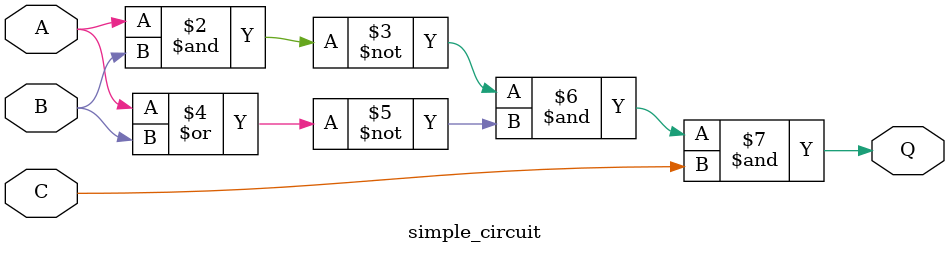
<source format=v>
module simple_circuit (
	output reg Q,
	input A, B, C
);

  always @(A or B or C) begin
		Q = (~(A & B)) & (~(A | B)) & C;
	end

endmodule

</source>
